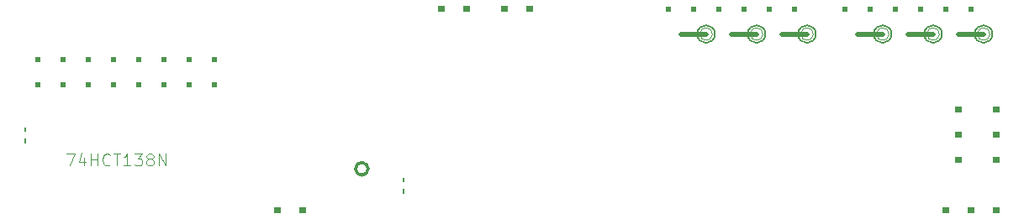
<source format=gbr>
G04 #@! TF.GenerationSoftware,KiCad,Pcbnew,5.1.2*
G04 #@! TF.CreationDate,2020-10-15T13:17:01+02:00*
G04 #@! TF.ProjectId,3365c1e53a7ea87593df0e5cd2596002,33333635-6331-4653-9533-613765613837,rev?*
G04 #@! TF.SameCoordinates,Original*
G04 #@! TF.FileFunction,Other,Fab,Top*
%FSLAX46Y46*%
G04 Gerber Fmt 4.6, Leading zero omitted, Abs format (unit mm)*
G04 Created by KiCad (PCBNEW 5.1.2) date 2020-10-15 13:17:01*
%MOMM*%
%LPD*%
G04 APERTURE LIST*
%ADD10C,0.100000*%
%ADD11C,0.050800*%
%ADD12C,0.152400*%
%ADD13C,0.508000*%
%ADD14C,0.304800*%
%ADD15C,0.120650*%
%ADD16C,0.094107*%
%ADD17C,0.135128*%
G04 APERTURE END LIST*
D10*
G36*
X101295100Y-100934600D02*
G01*
X100787100Y-100934600D01*
X100787100Y-101442600D01*
X101295100Y-101442600D01*
X101295100Y-100934600D01*
G37*
G36*
X103835100Y-100934600D02*
G01*
X103327100Y-100934600D01*
X103327100Y-101442600D01*
X103835100Y-101442600D01*
X103835100Y-100934600D01*
G37*
G36*
X103835100Y-98394600D02*
G01*
X103327100Y-98394600D01*
X103327100Y-98902600D01*
X103835100Y-98902600D01*
X103835100Y-98394600D01*
G37*
G36*
X101295100Y-98394600D02*
G01*
X100787100Y-98394600D01*
X100787100Y-98902600D01*
X101295100Y-98902600D01*
X101295100Y-98394600D01*
G37*
G36*
X106375100Y-100934600D02*
G01*
X105867100Y-100934600D01*
X105867100Y-101442600D01*
X106375100Y-101442600D01*
X106375100Y-100934600D01*
G37*
G36*
X108915100Y-100934600D02*
G01*
X108407100Y-100934600D01*
X108407100Y-101442600D01*
X108915100Y-101442600D01*
X108915100Y-100934600D01*
G37*
G36*
X111455100Y-100934600D02*
G01*
X110947100Y-100934600D01*
X110947100Y-101442600D01*
X111455100Y-101442600D01*
X111455100Y-100934600D01*
G37*
G36*
X113995100Y-100934600D02*
G01*
X113487100Y-100934600D01*
X113487100Y-101442600D01*
X113995100Y-101442600D01*
X113995100Y-100934600D01*
G37*
G36*
X116535100Y-100934600D02*
G01*
X116027100Y-100934600D01*
X116027100Y-101442600D01*
X116535100Y-101442600D01*
X116535100Y-100934600D01*
G37*
G36*
X119075100Y-100934600D02*
G01*
X118567100Y-100934600D01*
X118567100Y-101442600D01*
X119075100Y-101442600D01*
X119075100Y-100934600D01*
G37*
G36*
X106375100Y-98394600D02*
G01*
X105867100Y-98394600D01*
X105867100Y-98902600D01*
X106375100Y-98902600D01*
X106375100Y-98394600D01*
G37*
G36*
X111455100Y-98394600D02*
G01*
X110947100Y-98394600D01*
X110947100Y-98902600D01*
X111455100Y-98902600D01*
X111455100Y-98394600D01*
G37*
G36*
X108915100Y-98394600D02*
G01*
X108407100Y-98394600D01*
X108407100Y-98902600D01*
X108915100Y-98902600D01*
X108915100Y-98394600D01*
G37*
G36*
X113995100Y-98394600D02*
G01*
X113487100Y-98394600D01*
X113487100Y-98902600D01*
X113995100Y-98902600D01*
X113995100Y-98394600D01*
G37*
G36*
X119075100Y-98394600D02*
G01*
X118567100Y-98394600D01*
X118567100Y-98902600D01*
X119075100Y-98902600D01*
X119075100Y-98394600D01*
G37*
G36*
X116535100Y-98394600D02*
G01*
X116027100Y-98394600D01*
X116027100Y-98902600D01*
X116535100Y-98902600D01*
X116535100Y-98394600D01*
G37*
G36*
X194767100Y-93822600D02*
G01*
X195275100Y-93822600D01*
X195275100Y-93314600D01*
X194767100Y-93314600D01*
X194767100Y-93822600D01*
G37*
G36*
X189687100Y-93822600D02*
G01*
X190195100Y-93822600D01*
X190195100Y-93314600D01*
X189687100Y-93314600D01*
X189687100Y-93822600D01*
G37*
G36*
X192227100Y-93822600D02*
G01*
X192735100Y-93822600D01*
X192735100Y-93314600D01*
X192227100Y-93314600D01*
X192227100Y-93822600D01*
G37*
G36*
X187147100Y-93822600D02*
G01*
X187655100Y-93822600D01*
X187655100Y-93314600D01*
X187147100Y-93314600D01*
X187147100Y-93822600D01*
G37*
G36*
X182067100Y-93822600D02*
G01*
X182575100Y-93822600D01*
X182575100Y-93314600D01*
X182067100Y-93314600D01*
X182067100Y-93822600D01*
G37*
G36*
X184607100Y-93822600D02*
G01*
X185115100Y-93822600D01*
X185115100Y-93314600D01*
X184607100Y-93314600D01*
X184607100Y-93822600D01*
G37*
D11*
X186766100Y-96108600D02*
G75*
G03X186766100Y-96108600I-635000J0D01*
G01*
D12*
X187020100Y-96108600D02*
G75*
G03X187020100Y-96108600I-889000J0D01*
G01*
D13*
X186131100Y-96108600D02*
X183591100Y-96108600D01*
D11*
X191846100Y-96108600D02*
G75*
G03X191846100Y-96108600I-635000J0D01*
G01*
D12*
X192100100Y-96108600D02*
G75*
G03X192100100Y-96108600I-889000J0D01*
G01*
D13*
X191211100Y-96108600D02*
X188671100Y-96108600D01*
D11*
X196926100Y-96108600D02*
G75*
G03X196926100Y-96108600I-635000J0D01*
G01*
D12*
X197180100Y-96108600D02*
G75*
G03X197180100Y-96108600I-889000J0D01*
G01*
D13*
X196291100Y-96108600D02*
X193751100Y-96108600D01*
D14*
X134315100Y-109697600D02*
G75*
G03X134315100Y-109697600I-635000J0D01*
G01*
D12*
X99771100Y-105887600D02*
X99771100Y-105506600D01*
X99771100Y-107030600D02*
X99771100Y-106649600D01*
D10*
G36*
X124866300Y-113583800D02*
G01*
X124866300Y-114193400D01*
X125475900Y-114193400D01*
X125475900Y-113583800D01*
X124866300Y-113583800D01*
G37*
G36*
X127406300Y-113583800D02*
G01*
X127406300Y-114193400D01*
X128015900Y-114193400D01*
X128015900Y-113583800D01*
X127406300Y-113583800D01*
G37*
G36*
X150875900Y-93873400D02*
G01*
X150875900Y-93263800D01*
X150266300Y-93263800D01*
X150266300Y-93873400D01*
X150875900Y-93873400D01*
G37*
G36*
X148335900Y-93873400D02*
G01*
X148335900Y-93263800D01*
X147726300Y-93263800D01*
X147726300Y-93873400D01*
X148335900Y-93873400D01*
G37*
G36*
X176987100Y-93822600D02*
G01*
X177495100Y-93822600D01*
X177495100Y-93314600D01*
X176987100Y-93314600D01*
X176987100Y-93822600D01*
G37*
G36*
X171907100Y-93822600D02*
G01*
X172415100Y-93822600D01*
X172415100Y-93314600D01*
X171907100Y-93314600D01*
X171907100Y-93822600D01*
G37*
G36*
X174447100Y-93822600D02*
G01*
X174955100Y-93822600D01*
X174955100Y-93314600D01*
X174447100Y-93314600D01*
X174447100Y-93822600D01*
G37*
G36*
X169367100Y-93822600D02*
G01*
X169875100Y-93822600D01*
X169875100Y-93314600D01*
X169367100Y-93314600D01*
X169367100Y-93822600D01*
G37*
G36*
X164287100Y-93822600D02*
G01*
X164795100Y-93822600D01*
X164795100Y-93314600D01*
X164287100Y-93314600D01*
X164287100Y-93822600D01*
G37*
G36*
X166827100Y-93822600D02*
G01*
X167335100Y-93822600D01*
X167335100Y-93314600D01*
X166827100Y-93314600D01*
X166827100Y-93822600D01*
G37*
D11*
X168986100Y-96108600D02*
G75*
G03X168986100Y-96108600I-635000J0D01*
G01*
D12*
X169240100Y-96108600D02*
G75*
G03X169240100Y-96108600I-889000J0D01*
G01*
D13*
X168351100Y-96108600D02*
X165811100Y-96108600D01*
D11*
X174066100Y-96108600D02*
G75*
G03X174066100Y-96108600I-635000J0D01*
G01*
D12*
X174320100Y-96108600D02*
G75*
G03X174320100Y-96108600I-889000J0D01*
G01*
D13*
X173431100Y-96108600D02*
X170891100Y-96108600D01*
D11*
X179146100Y-96108600D02*
G75*
G03X179146100Y-96108600I-635000J0D01*
G01*
D12*
X179400100Y-96108600D02*
G75*
G03X179400100Y-96108600I-889000J0D01*
G01*
D13*
X178511100Y-96108600D02*
X175971100Y-96108600D01*
D10*
G36*
X144525900Y-93873400D02*
G01*
X144525900Y-93263800D01*
X143916300Y-93263800D01*
X143916300Y-93873400D01*
X144525900Y-93873400D01*
G37*
G36*
X141985900Y-93873400D02*
G01*
X141985900Y-93263800D01*
X141376300Y-93263800D01*
X141376300Y-93873400D01*
X141985900Y-93873400D01*
G37*
D12*
X137871100Y-110967600D02*
X137871100Y-110586600D01*
X137871100Y-112110600D02*
X137871100Y-111729600D01*
D10*
G36*
X193446300Y-108503800D02*
G01*
X193446300Y-109113400D01*
X194055900Y-109113400D01*
X194055900Y-108503800D01*
X193446300Y-108503800D01*
G37*
G36*
X193446300Y-105963800D02*
G01*
X193446300Y-106573400D01*
X194055900Y-106573400D01*
X194055900Y-105963800D01*
X193446300Y-105963800D01*
G37*
G36*
X193446300Y-103423800D02*
G01*
X193446300Y-104033400D01*
X194055900Y-104033400D01*
X194055900Y-103423800D01*
X193446300Y-103423800D01*
G37*
G36*
X197256300Y-108503800D02*
G01*
X197256300Y-109113400D01*
X197865900Y-109113400D01*
X197865900Y-108503800D01*
X197256300Y-108503800D01*
G37*
G36*
X197256300Y-105963800D02*
G01*
X197256300Y-106573400D01*
X197865900Y-106573400D01*
X197865900Y-105963800D01*
X197256300Y-105963800D01*
G37*
G36*
X197256300Y-103423800D02*
G01*
X197256300Y-104033400D01*
X197865900Y-104033400D01*
X197865900Y-103423800D01*
X197256300Y-103423800D01*
G37*
G36*
X197256300Y-114193400D02*
G01*
X197865900Y-114193400D01*
X197865900Y-113583800D01*
X197256300Y-113583800D01*
X197256300Y-114193400D01*
G37*
G36*
X194716300Y-114193400D02*
G01*
X195325900Y-114193400D01*
X195325900Y-113583800D01*
X194716300Y-113583800D01*
X194716300Y-114193400D01*
G37*
G36*
X192176300Y-114193400D02*
G01*
X192785900Y-114193400D01*
X192785900Y-113583800D01*
X192176300Y-113583800D01*
X192176300Y-114193400D01*
G37*
D15*
D16*
D15*
D16*
D15*
D17*
D15*
X103958879Y-108179647D02*
X104763212Y-108179647D01*
X104246141Y-109386147D01*
X105739903Y-108581814D02*
X105739903Y-109386147D01*
X105452641Y-108122195D02*
X105165379Y-108983980D01*
X105912260Y-108983980D01*
X106371879Y-109386147D02*
X106371879Y-108179647D01*
X106371879Y-108754171D02*
X107061308Y-108754171D01*
X107061308Y-109386147D02*
X107061308Y-108179647D01*
X108325260Y-109271242D02*
X108267808Y-109328695D01*
X108095451Y-109386147D01*
X107980546Y-109386147D01*
X107808189Y-109328695D01*
X107693284Y-109213790D01*
X107635832Y-109098885D01*
X107578379Y-108869076D01*
X107578379Y-108696719D01*
X107635832Y-108466909D01*
X107693284Y-108352004D01*
X107808189Y-108237100D01*
X107980546Y-108179647D01*
X108095451Y-108179647D01*
X108267808Y-108237100D01*
X108325260Y-108294552D01*
X108669974Y-108179647D02*
X109359403Y-108179647D01*
X109014689Y-109386147D02*
X109014689Y-108179647D01*
X110393546Y-109386147D02*
X109704117Y-109386147D01*
X110048832Y-109386147D02*
X110048832Y-108179647D01*
X109933927Y-108352004D01*
X109819022Y-108466909D01*
X109704117Y-108524361D01*
X110795712Y-108179647D02*
X111542593Y-108179647D01*
X111140427Y-108639266D01*
X111312784Y-108639266D01*
X111427689Y-108696719D01*
X111485141Y-108754171D01*
X111542593Y-108869076D01*
X111542593Y-109156338D01*
X111485141Y-109271242D01*
X111427689Y-109328695D01*
X111312784Y-109386147D01*
X110968070Y-109386147D01*
X110853165Y-109328695D01*
X110795712Y-109271242D01*
X112232022Y-108696719D02*
X112117117Y-108639266D01*
X112059665Y-108581814D01*
X112002212Y-108466909D01*
X112002212Y-108409457D01*
X112059665Y-108294552D01*
X112117117Y-108237100D01*
X112232022Y-108179647D01*
X112461832Y-108179647D01*
X112576736Y-108237100D01*
X112634189Y-108294552D01*
X112691641Y-108409457D01*
X112691641Y-108466909D01*
X112634189Y-108581814D01*
X112576736Y-108639266D01*
X112461832Y-108696719D01*
X112232022Y-108696719D01*
X112117117Y-108754171D01*
X112059665Y-108811623D01*
X112002212Y-108926528D01*
X112002212Y-109156338D01*
X112059665Y-109271242D01*
X112117117Y-109328695D01*
X112232022Y-109386147D01*
X112461832Y-109386147D01*
X112576736Y-109328695D01*
X112634189Y-109271242D01*
X112691641Y-109156338D01*
X112691641Y-108926528D01*
X112634189Y-108811623D01*
X112576736Y-108754171D01*
X112461832Y-108696719D01*
X113208712Y-109386147D02*
X113208712Y-108179647D01*
X113898141Y-109386147D01*
X113898141Y-108179647D01*
M02*

</source>
